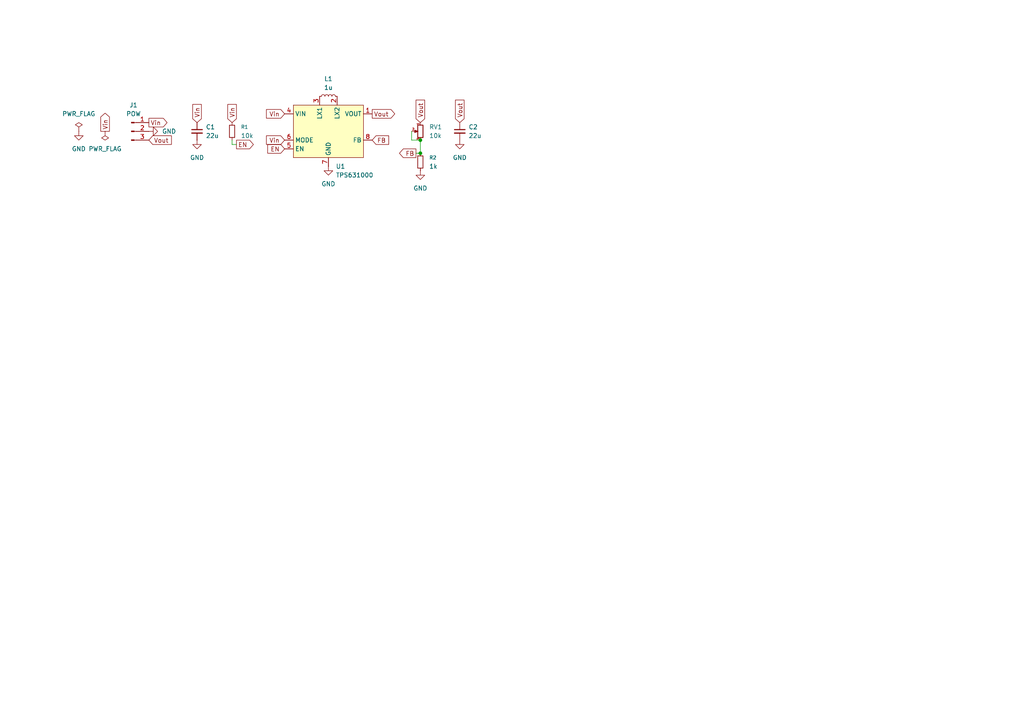
<source format=kicad_sch>
(kicad_sch (version 20250114) (generator "eeschema") (generator_version "9.0")
  (paper "A4")
  (lib_symbols
    (symbol "Connector:Conn_01x03_Pin" (pin_names (offset 1.016) (hide yes))
      (property "Reference" "J" (at 0 5.08 0))
      (property "Value" "Conn_01x03_Pin" (at 0 -5.08 0))
      (symbol "Conn_01x03_Pin_1_1"
        (rectangle (start 0.8636 2.667) (end 0 2.413) (stroke (width 0.1524)) (fill (type outline)))
        (rectangle (start 0.8636 0.127) (end 0 -0.127) (stroke (width 0.1524)) (fill (type outline)))
        (rectangle (start 0.8636 -2.413) (end 0 -2.667) (stroke (width 0.1524)) (fill (type outline)))
        (polyline (pts (xy 1.27 2.54) (xy 0.8636 2.54)) (stroke (width 0.1524)))
        (polyline (pts (xy 1.27 0) (xy 0.8636 0)) (stroke (width 0.1524)))
        (polyline (pts (xy 1.27 -2.54) (xy 0.8636 -2.54)) (stroke (width 0.1524)))
        (pin passive line (at 5.08 2.54 180) (length 3.81) (name "Pin_1") (number "1"))
        (pin passive line (at 5.08 0 180) (length 3.81) (name "Pin_2") (number "2"))
        (pin passive line (at 5.08 -2.54 180) (length 3.81) (name "Pin_3") (number "3"))
      )
    )
    (symbol "Device:C_Small" (pin_numbers (hide yes)) (pin_names (offset 0.254) (hide yes))
      (property "Reference" "C" (at 0.254 1.778 0))
      (property "Value" "C_Small" (at 0.254 -2.032 0))
      (symbol "C_Small_0_1"
        (polyline (pts (xy -1.524 0.508) (xy 1.524 0.508)) (stroke (width 0.3048)))
        (polyline (pts (xy -1.524 -0.508) (xy 1.524 -0.508)) (stroke (width 0.3302)))
      )
      (symbol "C_Small_1_1"
        (pin passive line (at 0 2.54 270) (length 2.032) (name "~") (number "1"))
        (pin passive line (at 0 -2.54 90) (length 2.032) (name "~") (number "2"))
      )
    )
    (symbol "Device:L_Small" (pin_numbers (hide yes)) (pin_names (offset 0.254) (hide yes))
      (property "Reference" "L" (at 0.762 1.016 0))
      (property "Value" "L_Small" (at 0.762 -1.016 0))
      (symbol "L_Small_0_1"
        (arc (start 0 2.032) (mid 0.5058 1.524) (end 0 1.016))
        (arc (start 0 1.016) (mid 0.5058 0.508) (end 0 0))
        (arc (start 0 0) (mid 0.5058 -0.508) (end 0 -1.016))
        (arc (start 0 -1.016) (mid 0.5058 -1.524) (end 0 -2.032))
      )
      (symbol "L_Small_1_1"
        (pin passive line (at 0 2.54 270) (length 0.508) (name "~") (number "1"))
        (pin passive line (at 0 -2.54 90) (length 0.508) (name "~") (number "2"))
      )
    )
    (symbol "Device:R_Potentiometer_Small" (pin_names (offset 1.016) (hide yes))
      (property "Reference" "RV" (at -4.445 0 90))
      (property "Value" "R_Potentiometer_Small" (at -2.54 0 90))
      (symbol "R_Potentiometer_Small_0_1"
        (rectangle (start 0.762 1.8034) (end -0.762 -1.8034) (stroke (width 0.254)))
        (polyline (pts (xy 0.889 0) (xy 0.635 0) (xy 1.651 0.381) (xy 1.651 -0.381) (xy 0.635 0) (xy 0.889 0)) (fill (type outline)))
      )
      (symbol "R_Potentiometer_Small_1_1"
        (pin passive line (at 0 2.54 270) (length 0.635) (name "1") (number "1"))
        (pin passive line (at 0 -2.54 90) (length 0.635) (name "3") (number "3"))
        (pin passive line (at 2.54 0 180) (length 0.9906) (name "2") (number "2"))
      )
    )
    (symbol "Device:R_Small" (pin_numbers (hide yes)) (pin_names (offset 0.254) (hide yes))
      (property "Reference" "R" (at 0 0 90))
      (property "Value" "R_Small" (at 1.778 0 90))
      (symbol "R_Small_0_1"
        (rectangle (start -0.762 1.778) (end 0.762 -1.778) (stroke (width 0.2032)))
      )
      (symbol "R_Small_1_1"
        (pin passive line (at 0 2.54 270) (length 0.762) (name "~") (number "1"))
        (pin passive line (at 0 -2.54 90) (length 0.762) (name "~") (number "2"))
      )
    )
    (symbol "Library:TPS631000"
      (property "Reference" "U" (at 0 0 0))
      (property "Value" "TPS631000" (at 0 0 0))
      (symbol "TPS631000_1_1"
        (rectangle (start -10.1599 7.62) (end 10.1599 -7.62) (fill (type background)))
        (pin power_in line (at -12.7 5.08 0) (length 2.54) (name "VIN") (number "4"))
        (pin input line (at -12.7 -2.54 0) (length 2.54) (name "MODE") (number "6"))
        (pin input line (at -12.7 -5.08 0) (length 2.54) (name "EN") (number "5"))
        (pin power_out line (at -2.54 10.16 270) (length 2.54) (name "LX1") (number "3"))
        (pin power_in line (at 0 -10.16 90) (length 2.54) (name "GND") (number "7"))
        (pin power_out line (at 2.54 10.16 270) (length 2.54) (name "LX2") (number "2"))
        (pin power_out line (at 12.7 5.08 180) (length 2.54) (name "VOUT") (number "1"))
        (pin input line (at 12.7 -2.54 180) (length 2.54) (name "FB") (number "8"))
      )
    )
    (symbol "power:GND" (power) (pin_numbers (hide yes)) (pin_names (offset 0) (hide yes))
      (property "Value" "GND" (at 0 -3.81 0))
      (symbol "GND_0_1"
        (polyline (pts (xy 0 0) (xy 0 -1.27) (xy 1.27 -1.27) (xy 0 -2.54) (xy -1.27 -1.27) (xy 0 -1.27)))
      )
      (symbol "GND_1_1"
        (pin power_in line (at 0 0 270) (length 0) (name "~") (number "1"))
      )
    )
    (symbol "power:PWR_FLAG" (power) (pin_numbers (hide yes)) (pin_names (offset 0) (hide yes))
      (property "Value" "PWR_FLAG" (at 0 3.81 0))
      (symbol "PWR_FLAG_0_0"
        (pin power_out line (at 0 0 90) (length 0) (name "~") (number "1"))
      )
      (symbol "PWR_FLAG_0_1"
        (polyline (pts (xy 0 0) (xy 0 1.27) (xy -1.016 1.905) (xy 0 2.54) (xy 1.016 1.905) (xy 0 1.27)))
      )
    )
  )
  (junction (at 121.92 44.45))
  (junction (at 121.92 40.64))
  (wire (pts (xy 67.31 41.91) (xy 68.58 41.91)))
  (wire (pts (xy 121.92 40.64) (xy 121.92 44.45)))
  (wire (pts (xy 119.38 40.64) (xy 119.38 38.1)))
  (wire (pts (xy 121.92 40.64) (xy 119.38 40.64)))
  (wire (pts (xy 67.31 41.91) (xy 67.31 40.64)))
  (wire (pts (xy 120.65 44.45) (xy 121.92 44.45)))
  (global_label "Vout" (shape output) (at 107.95 33.02 0) (property "Intersheetrefs" "${INTERSHEET_REFS}" (effects (hide yes))))
  (global_label "FB" (shape input) (at 107.95 40.64 0) (property "Intersheetrefs" "${INTERSHEET_REFS}" (effects (hide yes))))
  (global_label "FB" (shape output) (at 120.65 44.45 180) (property "Intersheetrefs" "${INTERSHEET_REFS}" (effects (hide yes))))
  (global_label "Vin" (shape input) (at 82.55 33.02 180) (property "Intersheetrefs" "${INTERSHEET_REFS}" (effects (hide yes))))
  (global_label "Vout" (shape input) (at 121.92 35.56 90) (property "Intersheetrefs" "${INTERSHEET_REFS}" (effects (hide yes))))
  (global_label "Vout" (shape input) (at 133.35 35.56 90) (property "Intersheetrefs" "${INTERSHEET_REFS}" (effects (hide yes))))
  (global_label "Vin" (shape output) (at 30.48 38.1 90) (property "Intersheetrefs" "${INTERSHEET_REFS}" (effects (hide yes))))
  (global_label "EN" (shape input) (at 82.55 43.18 180) (property "Intersheetrefs" "${INTERSHEET_REFS}" (effects (hide yes))))
  (global_label "Vin" (shape output) (at 43.18 35.56 0) (property "Intersheetrefs" "${INTERSHEET_REFS}" (effects (hide yes))))
  (global_label "EN" (shape output) (at 68.58 41.91 0) (property "Intersheetrefs" "${INTERSHEET_REFS}" (effects (hide yes))))
  (global_label "Vin" (shape input) (at 57.15 35.56 90) (property "Intersheetrefs" "${INTERSHEET_REFS}" (effects (hide yes))))
  (global_label "Vout" (shape input) (at 43.18 40.64 0) (property "Intersheetrefs" "${INTERSHEET_REFS}" (effects (hide yes))))
  (global_label "Vin" (shape input) (at 67.31 35.56 90) (property "Intersheetrefs" "${INTERSHEET_REFS}" (effects (hide yes))))
  (global_label "Vin" (shape input) (at 82.55 40.64 180) (property "Intersheetrefs" "${INTERSHEET_REFS}" (effects (hide yes))))
  (symbol (lib_id "Device:L_Small") (at 95.25 27.94 90) (unit 1)
    (property "Reference" "L1" (at 95.25 22.86 90))
    (property "Value" "1u" (at 95.25 25.4 90))
    (property "Footprint" "Inductor_SMD:L_1008_2520Metric" (effects (hide yes)))
    (property "Description" "Inductor, small symbol" (effects (hide yes)))
  )
  (symbol (lib_id "power:PWR_FLAG") (at 22.86 38.1 0) (unit 1)
    (property "Reference" "#FLG01" (effects (hide yes)))
    (property "Value" "PWR_FLAG" (at 22.86 33.02 0))
    (property "Description" "Special symbol for telling ERC where power comes from" (effects (hide yes)))
  )
  (symbol (lib_id "power:GND") (at 121.92 49.53 0) (unit 1)
    (property "Reference" "#PWR03" (effects (hide yes)))
    (property "Value" "GND" (at 121.92 54.61 0))
    (property "Description" "Power symbol creates a global label with name \"GND\" , ground" (effects (hide yes)))
  )
  (symbol (lib_id "Connector:Conn_01x03_Pin") (at 38.1 38.1 0) (unit 1)
    (property "Reference" "J1" (at 38.735 30.48 0))
    (property "Value" "POW" (at 38.735 33.02 0))
    (property "Footprint" "Connector_PinHeader_2.54mm:PinHeader_1x03_P2.54mm_Vertical" (effects (hide yes)))
    (property "Description" "Generic connector, single row, 01x03, script generated" (effects (hide yes)))
  )
  (symbol (lib_id "power:GND") (at 95.25 48.26 0) (unit 1)
    (property "Reference" "#PWR02" (effects (hide yes)))
    (property "Value" "GND" (at 95.25 53.34 0))
    (property "Description" "Power symbol creates a global label with name \"GND\" , ground" (effects (hide yes)))
  )
  (symbol (lib_id "power:GND") (at 22.86 38.1 0) (unit 1)
    (property "Reference" "#PWR06" (effects (hide yes)))
    (property "Value" "GND" (at 22.86 43.18 0))
    (property "Description" "Power symbol creates a global label with name \"GND\" , ground" (effects (hide yes)))
  )
  (symbol (lib_id "Device:C_Small") (at 57.15 38.1 0) (unit 1)
    (property "Reference" "C1" (at 59.69 36.8362 0) (effects (justify left)))
    (property "Value" "22u" (at 59.69 39.3762 0) (effects (justify left)))
    (property "Footprint" "Capacitor_SMD:C_0603_1608Metric" (effects (hide yes)))
    (property "Description" "Unpolarized capacitor, small symbol" (effects (hide yes)))
  )
  (symbol (lib_id "power:PWR_FLAG") (at 30.48 38.1 0) (mirror x) (unit 1)
    (property "Reference" "#FLG02" (effects (hide yes)))
    (property "Value" "PWR_FLAG" (at 30.48 43.18 0))
    (property "Description" "Special symbol for telling ERC where power comes from" (effects (hide yes)))
  )
  (symbol (lib_id "Device:R_Potentiometer_Small") (at 121.92 38.1 0) (mirror y) (unit 1)
    (property "Reference" "RV1" (at 124.46 36.8299 0) (effects (justify right)))
    (property "Value" "10k" (at 124.46 39.3699 0) (effects (justify right)))
    (property "Footprint" "Library:TSR-C3305" (effects (hide yes)))
    (property "Description" "Potentiometer" (effects (hide yes)))
  )
  (symbol (lib_id "power:GND") (at 133.35 40.64 0) (unit 1)
    (property "Reference" "#PWR05" (effects (hide yes)))
    (property "Value" "GND" (at 133.35 45.72 0))
    (property "Description" "Power symbol creates a global label with name \"GND\" , ground" (effects (hide yes)))
  )
  (symbol (lib_id "Device:C_Small") (at 133.35 38.1 0) (unit 1)
    (property "Reference" "C2" (at 135.89 36.8362 0) (effects (justify left)))
    (property "Value" "22u" (at 135.89 39.3762 0) (effects (justify left)))
    (property "Footprint" "Capacitor_SMD:C_0603_1608Metric" (effects (hide yes)))
    (property "Description" "Unpolarized capacitor, small symbol" (effects (hide yes)))
  )
  (symbol (lib_id "power:GND") (at 57.15 40.64 0) (unit 1)
    (property "Reference" "#PWR04" (effects (hide yes)))
    (property "Value" "GND" (at 57.15 45.72 0))
    (property "Description" "Power symbol creates a global label with name \"GND\" , ground" (effects (hide yes)))
  )
  (symbol (lib_id "power:GND") (at 43.18 38.1 90) (unit 1)
    (property "Reference" "#PWR01" (effects (hide yes)))
    (property "Value" "GND" (at 46.99 38.0999 90) (effects (justify right)))
    (property "Description" "Power symbol creates a global label with name \"GND\" , ground" (effects (hide yes)))
  )
  (symbol (lib_id "Device:R_Small") (at 67.31 38.1 0) (unit 1)
    (property "Reference" "R1" (at 69.85 36.8299 0) (effects (font (size 1.016 1.016)) (justify left)))
    (property "Value" "10k" (at 69.85 39.3699 0) (effects (justify left)))
    (property "Footprint" "Resistor_SMD:R_0603_1608Metric" (effects (hide yes)))
    (property "Description" "Resistor, small symbol" (effects (hide yes)))
  )
  (symbol (lib_id "Library:TPS631000") (at 95.25 38.1 0) (unit 1)
    (property "Reference" "U1" (at 97.3933 48.26 0) (effects (justify left)))
    (property "Value" "TPS631000" (at 97.3933 50.8 0) (effects (justify left)))
    (property "Footprint" "Package_TO_SOT_SMD:SOT-583-8" (effects (hide yes)))
    (property "Datasheet" "https://www.ti.com/product/TPS631000" (effects (hide yes)))
  )
  (symbol (lib_id "Device:R_Small") (at 121.92 46.99 0) (unit 1)
    (property "Reference" "R2" (at 124.46 45.7199 0) (effects (font (size 1.016 1.016)) (justify left)))
    (property "Value" "1k" (at 124.46 48.2599 0) (effects (justify left)))
    (property "Footprint" "Resistor_SMD:R_0603_1608Metric" (effects (hide yes)))
    (property "Description" "Resistor, small symbol" (effects (hide yes)))
  )
)
</source>
